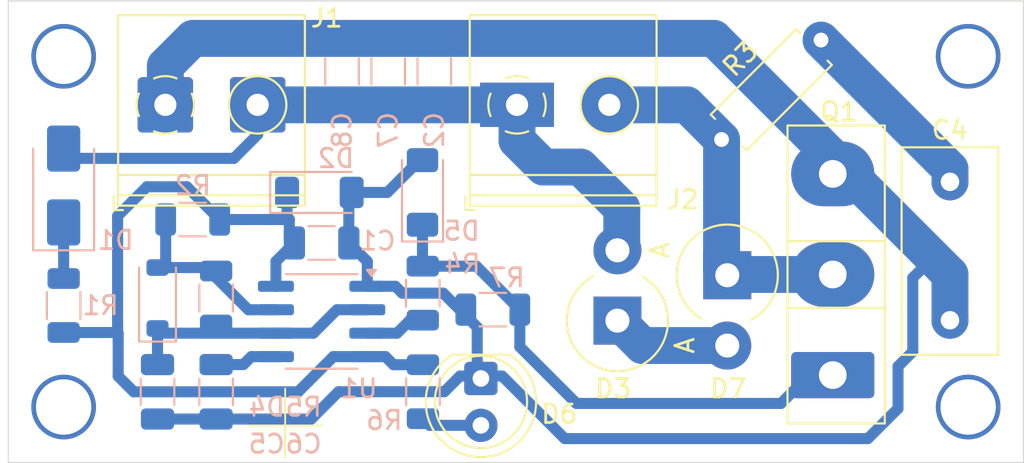
<source format=kicad_pcb>
(kicad_pcb (version 20240108) (generator "pcbnew") (generator_version "8.0")
  (layers (0 "F.Cu" signal) (31 "B.Cu" signal) (34 "B.Paste" user) (35 "F.Paste" user) (36 "B.SilkS" user "B.Silkscreen") (37 "F.SilkS" user "F.Silkscreen") (38 "B.Mask" user) (39 "F.Mask" user) (44 "Edge.Cuts" user))
  (net 0 "")
  (net 1 "+12V")
  (net 2 "GND")
  (net 3 "VS")
  (net 4 "Net-(C4-Pad1)")
  (net 5 "Net-(D4-K)")
  (net 6 "Net-(U1-CV)")
  (net 7 "Net-(D1-K)")
  (net 8 "Net-(D4-A)")
  (net 9 "Net-(D5-K)")
  (net 10 "Net-(D6-A)")
  (net 11 "Net-(U1-Q)")
  (net 12 "Net-(D3-A1)")
  (net 13 "Net-(D7-A1)")
  (footprint "TerminalBlock_Philmore:TerminalBlock_Philmore_TB132_1x02_P5.00mm_Horizontal" (layer "F.Cu") (at 77.51 74.63)
    (property "Reference" "J1" (at 8.741919 -4.712091 0) (layer "F.SilkS"))
    (property "Value" "Input")
    (fp_line (start -2.8 4.96) (end -2.8 5.7) (stroke (width 0.12)) (layer "F.SilkS"))
    (fp_line (start -2.8 5.7) (end -2.3 5.7) (stroke (width 0.12)) (layer "F.SilkS"))
    (fp_line (start -2.56 -4.86) (end -2.56 5.46) (stroke (width 0.12)) (layer "F.SilkS"))
    (fp_line (start -2.56 -4.86) (end 7.56 -4.86) (stroke (width 0.12)) (layer "F.SilkS"))
    (fp_line (start -2.56 3.8) (end 7.56 3.8) (stroke (width 0.12)) (layer "F.SilkS"))
    (fp_line (start -2.56 4.9) (end 7.56 4.9) (stroke (width 0.12)) (layer "F.SilkS"))
    (fp_line (start -2.56 5.46) (end 7.56 5.46) (stroke (width 0.12)) (layer "F.SilkS"))
    (fp_line (start 7.56 -4.86) (end 7.56 5.46) (stroke (width 0.12)) (layer "F.SilkS"))
    (fp_arc (start -1.432109 0.607742) (mid -1.555727 -0.00014) (end -1.432 -0.608) (stroke (width 0.12)) (layer "F.SilkS"))
    (fp_arc (start -0.607742 -1.432109) (mid 0.00014 -1.555727) (end 0.608 -1.432) (stroke (width 0.12)) (layer "F.SilkS"))
    (fp_arc (start 0.027011 1.555493) (mid -0.296984 1.527118) (end -0.608 1.432) (stroke (width 0.12)) (layer "F.SilkS"))
    (fp_arc (start 0.607587 1.431385) (mid 0.310017 1.523783) (end 0 1.555) (stroke (width 0.12)) (layer "F.SilkS"))
    (fp_arc (start 1.432109 -0.607742) (mid 1.555727 0.00014) (end 1.432 0.608) (stroke (width 0.12)) (layer "F.SilkS"))
    (fp_circle (center 5 0) (end 6.555 0) (stroke (width 0.12)) (fill none) (layer "F.SilkS"))
    (pad "1" thru_hole roundrect (at 0 0) (size 3 3) (drill 1.2) (layers "*.Cu" "*.Mask") (roundrect_rratio 0.08333333333) (net 2 "GND"))
    (pad "2" thru_hole roundrect (at 5 0) (size 3 3) (drill 1.2) (layers "*.Cu" "*.Mask") (roundrect_rratio 0.07142857143) (net 3 "VS"))
  )
  (footprint "Resistor_THT:R_Axial_DIN0207_L6.3mm_D2.5mm_P7.62mm_Horizontal" (layer "F.Cu") (at 107.641846 76.508154 45)
    (property "Reference" "R3" (at 3.81 -2.37 45) (layer "F.SilkS"))
    (property "Value" "47R")
    (fp_line (start 0.54 -1.37) (end 7.08 -1.37) (stroke (width 0.12)) (layer "F.SilkS"))
    (fp_line (start 0.54 -1.04) (end 0.54 -1.37) (stroke (width 0.12)) (layer "F.SilkS"))
    (fp_line (start 0.54 1.04) (end 0.54 1.37) (stroke (width 0.12)) (layer "F.SilkS"))
    (fp_line (start 0.54 1.37) (end 7.08 1.37) (stroke (width 0.12)) (layer "F.SilkS"))
    (fp_line (start 7.08 -1.37) (end 7.08 -1.04) (stroke (width 0.12)) (layer "F.SilkS"))
    (fp_line (start 7.08 1.37) (end 7.08 1.04) (stroke (width 0.12)) (layer "F.SilkS"))
    (pad "1" thru_hole circle (at 0 0 45) (size 1.6 1.6) (drill 0.8) (layers "*.Cu" "*.Mask") (net 13 "Net-(D7-A1)"))
    (pad "2" thru_hole oval (at 7.62 0 45) (size 1.6 1.6) (drill 0.8) (layers "*.Cu" "*.Mask") (net 4 "Net-(C4-Pad1)"))
  )
  (footprint "Diode_THT:D_DO-201AE_P3.81mm_Vertical_AnodeUp" (layer "F.Cu") (at 107.95 83.86 -90)
    (property "Reference" "D7" (at 6.14 -0.05 180) (layer "F.SilkS"))
    (property "Value" "1.5KE170CA" (hide yes))
    (fp_arc (start 2.361782 1.391144) (mid -2.74054 -0.052312) (end 2.413151 -1.3) (stroke (width 0.12)) (layer "F.SilkS"))
    (fp_text user "A" (at 3.81 2.3 90) (layer "F.SilkS"))
    (pad "1" thru_hole rect (at 0 0 270) (size 2.6 2.6) (drill 1.3) (layers "*.Cu" "*.Mask") (net 13 "Net-(D7-A1)"))
    (pad "2" thru_hole oval (at 3.81 0 270) (size 2.6 2.6) (drill 1.3) (layers "*.Cu" "*.Mask") (net 12 "Net-(D3-A1)"))
  )
  (footprint "TerminalBlock_Philmore:TerminalBlock_Philmore_TB132_1x02_P5.00mm_Horizontal" (layer "F.Cu") (at 96.56 74.63)
    (property "Reference" "J2" (at 8.969097 5.129072 0) (layer "F.SilkS"))
    (property "Value" "Ignition Coil")
    (fp_line (start -2.8 4.96) (end -2.8 5.7) (stroke (width 0.12)) (layer "F.SilkS"))
    (fp_line (start -2.8 5.7) (end -2.3 5.7) (stroke (width 0.12)) (layer "F.SilkS"))
    (fp_line (start -2.56 -4.86) (end -2.56 5.46) (stroke (width 0.12)) (layer "F.SilkS"))
    (fp_line (start -2.56 -4.86) (end 7.56 -4.86) (stroke (width 0.12)) (layer "F.SilkS"))
    (fp_line (start -2.56 3.8) (end 7.56 3.8) (stroke (width 0.12)) (layer "F.SilkS"))
    (fp_line (start -2.56 4.9) (end 7.56 4.9) (stroke (width 0.12)) (layer "F.SilkS"))
    (fp_line (start -2.56 5.46) (end 7.56 5.46) (stroke (width 0.12)) (layer "F.SilkS"))
    (fp_line (start 7.56 -4.86) (end 7.56 5.46) (stroke (width 0.12)) (layer "F.SilkS"))
    (fp_arc (start -1.432109 0.607742) (mid -1.555727 -0.00014) (end -1.432 -0.608) (stroke (width 0.12)) (layer "F.SilkS"))
    (fp_arc (start -0.607742 -1.432109) (mid 0.00014 -1.555727) (end 0.608 -1.432) (stroke (width 0.12)) (layer "F.SilkS"))
    (fp_arc (start 0.027011 1.555493) (mid -0.296984 1.527118) (end -0.608 1.432) (stroke (width 0.12)) (layer "F.SilkS"))
    (fp_arc (start 0.607587 1.431385) (mid 0.310017 1.523783) (end 0 1.555) (stroke (width 0.12)) (layer "F.SilkS"))
    (fp_arc (start 1.432109 -0.607742) (mid 1.555727 0.00014) (end 1.432 0.608) (stroke (width 0.12)) (layer "F.SilkS"))
    (fp_circle (center 5 0) (end 6.555 0) (stroke (width 0.12)) (fill none) (layer "F.SilkS"))
    (pad "1" thru_hole rect (at 0 0) (size 4 2.4) (drill 1.2) (layers "*.Cu" "*.Mask") (net 3 "VS"))
    (pad "2" thru_hole circle (at 5 0) (size 3 3) (drill 1.2) (layers "*.Cu" "*.Mask") (net 13 "Net-(D7-A1)"))
  )
  (footprint "Package_TO_SOT_THT:TO-247-3_Vertical" (layer "F.Cu") (at 113.665 89.27 90)
    (property "Reference" "Q1" (at 14.27 0.335 180) (layer "F.SilkS"))
    (property "Value" "IRFP460")
    (fp_line (start 13.52 -2.451) (end 13.52 2.82) (stroke (width 0.12)) (layer "F.SilkS"))
    (fp_line (start 7.255 -2.451) (end 7.255 2.82) (stroke (width 0.12)) (layer "F.SilkS"))
    (fp_line (start 3.646 -2.451) (end 3.646 2.82) (stroke (width 0.12)) (layer "F.SilkS"))
    (fp_line (start -2.62 -2.451) (end 13.52 -2.451) (stroke (width 0.12)) (layer "F.SilkS"))
    (fp_line (start -2.62 -2.451) (end -2.62 2.82) (stroke (width 0.12)) (layer "F.SilkS"))
    (fp_line (start -2.62 2.82) (end 13.52 2.82) (stroke (width 0.12)) (layer "F.SilkS"))
    (pad "1" thru_hole roundrect (at 0 0 90) (size 2.5 4.5) (drill 1.5) (layers "*.Cu" "*.Mask") (roundrect_rratio 0.1) (net 9 "Net-(D5-K)"))
    (pad "2" thru_hole oval (at 5.45 0 90) (size 3.5 4.5) (drill 1.5) (layers "*.Cu" "*.Mask") (net 13 "Net-(D7-A1)"))
    (pad "3" thru_hole oval (at 10.9 0 90) (size 3.5 4.5) (drill 1.5) (layers "*.Cu" "*.Mask") (net 2 "GND"))
  )
  (footprint "Capacitor_THT:C_Disc_D11.0mm_W5.0mm_P7.50mm" (layer "F.Cu") (at 120.015 78.8 -90)
    (property "Reference" "C4" (at -2.8 0.015 180) (layer "F.SilkS"))
    (property "Value" "10n")
    (fp_line (start -1.87 2.62) (end 9.37 2.62) (stroke (width 0.12)) (layer "F.SilkS"))
    (fp_line (start -1.87 -2.62) (end -1.87 2.62) (stroke (width 0.12)) (layer "F.SilkS"))
    (fp_line (start -1.87 -2.62) (end 9.37 -2.62) (stroke (width 0.12)) (layer "F.SilkS"))
    (fp_line (start 9.37 -2.62) (end 9.37 2.62) (stroke (width 0.12)) (layer "F.SilkS"))
    (pad "1" thru_hole circle (at 0 0 270) (size 2 2) (drill 1) (layers "*.Cu" "*.Mask") (net 4 "Net-(C4-Pad1)"))
    (pad "2" thru_hole circle (at 7.5 0 270) (size 2 2) (drill 1) (layers "*.Cu" "*.Mask") (net 2 "GND"))
  )
  (footprint "Diode_THT:D_DO-201AE_P3.81mm_Vertical_AnodeUp" (layer "F.Cu") (at 102 86.32 90)
    (property "Reference" "D3" (at -3.68 -0.235 180) (layer "F.SilkS"))
    (property "Value" "1.5KE170CA" (hide yes))
    (fp_arc (start 2.361782 1.391144) (mid -2.74054 -0.052312) (end 2.413151 -1.3) (stroke (width 0.12)) (layer "F.SilkS"))
    (fp_text user "A" (at 3.81 2.3 90) (layer "F.SilkS"))
    (pad "1" thru_hole rect (at 0 0 90) (size 2.6 2.6) (drill 1.3) (layers "*.Cu" "*.Mask") (net 12 "Net-(D3-A1)"))
    (pad "2" thru_hole oval (at 3.81 0 90) (size 2.6 2.6) (drill 1.3) (layers "*.Cu" "*.Mask") (net 3 "VS"))
  )
  (footprint "LED_THT:LED_D5.0mm" (layer "F.Cu") (at 94.604326 89.453217 -90)
    (property "Reference" "D6" (at 1.928974 -4.246664 180) (layer "F.SilkS"))
    (property "Value" "LED")
    (fp_line (start -1.29 -1.545) (end -1.29 1.545) (stroke (width 0.12)) (layer "F.SilkS"))
    (fp_arc (start 4.26 -0.000462) (mid 2.072002 2.880433) (end -1.29 1.54483) (stroke (width 0.12)) (layer "F.SilkS"))
    (fp_arc (start -1.29 -1.54483) (mid 2.072002 -2.880433) (end 4.26 0.000462) (stroke (width 0.12)) (layer "F.SilkS"))
    (fp_circle (center 1.27 0) (end 3.77 0) (stroke (width 0.12)) (fill none) (layer "F.SilkS"))
    (pad "1" thru_hole roundrect (at 0 0 270) (size 1.8 1.8) (drill 0.9) (layers "*.Cu" "*.Mask") (roundrect_rratio 0.1388888889) (net 2 "GND"))
    (pad "2" thru_hole circle (at 2.54 0 270) (size 1.8 1.8) (drill 0.9) (layers "*.Cu" "*.Mask") (net 10 "Net-(D6-A)"))
  )
  (footprint "Capacitor_SMD:C_1206_3216Metric" (layer "B.Cu") (at 77.085 90.175 -90)
    (property "Reference" "C5" (at 2.825 -5.915 180) (layer "B.SilkS") (effects (justify mirror)))
    (property "Value" "100n")
    (fp_line (start 0.711252 0.91) (end -0.711252 0.91) (stroke (width 0.12)) (layer "B.SilkS"))
    (fp_line (start 0.711252 -0.91) (end -0.711252 -0.91) (stroke (width 0.12)) (layer "B.SilkS"))
    (pad "1" smd roundrect (at -1.475 0 270) (size 1.15 1.8) (layers "B.Cu" "B.Paste" "B.Mask") (roundrect_rratio 0.217391) (net 5 "Net-(D4-K)"))
    (pad "2" smd roundrect (at 1.475 0 270) (size 1.15 1.8) (layers "B.Cu" "B.Paste" "B.Mask") (roundrect_rratio 0.217391) (net 2 "GND"))
  )
  (footprint "Capacitor_SMD:C_1206_3216Metric" (layer "B.Cu") (at 89.581109 72.816682 90)
    (property "Reference" "C7" (at -3.183318 0 90) (layer "B.SilkS") (effects (justify mirror)))
    (property "Value" "10u")
    (fp_line (start 0.711252 -0.91) (end -0.711252 -0.91) (stroke (width 0.12)) (layer "B.SilkS"))
    (fp_line (start 0.711252 0.91) (end -0.711252 0.91) (stroke (width 0.12)) (layer "B.SilkS"))
    (pad "1" smd roundrect (at -1.475 0 90) (size 1.15 1.8) (layers "B.Cu" "B.Paste" "B.Mask") (roundrect_rratio 0.217391) (net 3 "VS"))
    (pad "2" smd roundrect (at 1.475 0 90) (size 1.15 1.8) (layers "B.Cu" "B.Paste" "B.Mask") (roundrect_rratio 0.217391) (net 2 "GND"))
  )
  (footprint "Resistor_SMD:R_1206_3216Metric" (layer "B.Cu") (at 80.26 85.095 -90)
    (property "Reference" "R5" (at 5.905 -4.74 0) (layer "B.SilkS") (effects (justify mirror)))
    (property "Value" "10k")
    (fp_line (start 0.727064 0.91) (end -0.727064 0.91) (stroke (width 0.12)) (layer "B.SilkS"))
    (fp_line (start 0.727064 -0.91) (end -0.727064 -0.91) (stroke (width 0.12)) (layer "B.SilkS"))
    (pad "1" smd roundrect (at -1.4625 0 270) (size 1.125 1.75) (layers "B.Cu" "B.Paste" "B.Mask") (roundrect_rratio 0.222222) (net 8 "Net-(D4-A)"))
    (pad "2" smd roundrect (at 1.4625 0 270) (size 1.125 1.75) (layers "B.Cu" "B.Paste" "B.Mask") (roundrect_rratio 0.222222) (net 5 "Net-(D4-K)"))
  )
  (footprint "Diode_SMD:D_SOD-123" (layer "B.Cu") (at 77.085 85.095 90)
    (property "Reference" "D4" (at -5.905 5.915 0) (layer "B.SilkS") (effects (justify mirror)))
    (property "Value" "1N4148W")
    (fp_line (start 1.65 -1) (end -2.36 -1) (stroke (width 0.12)) (layer "B.SilkS"))
    (fp_line (start -2.36 -1) (end -2.36 1) (stroke (width 0.12)) (layer "B.SilkS"))
    (fp_line (start 1.65 1) (end -2.36 1) (stroke (width 0.12)) (layer "B.SilkS"))
    (pad "1" smd roundrect (at -1.65 0 90) (size 0.9 1.2) (layers "B.Cu" "B.Paste" "B.Mask") (net 5 "Net-(D4-K)"))
    (pad "2" smd roundrect (at 1.65 0 90) (size 0.9 1.2) (layers "B.Cu" "B.Paste" "B.Mask") (net 8 "Net-(D4-A)"))
  )
  (footprint "Resistor_SMD:R_1206_3216Metric" (layer "B.Cu") (at 91.4645 90.17 -90)
    (property "Reference" "R6" (at 1.551379 2.097126 180) (layer "B.SilkS") (effects (justify mirror)))
    (property "Value" "10k")
    (fp_line (start 0.727064 0.91) (end -0.727064 0.91) (stroke (width 0.12)) (layer "B.SilkS"))
    (fp_line (start 0.727064 -0.91) (end -0.727064 -0.91) (stroke (width 0.12)) (layer "B.SilkS"))
    (pad "1" smd roundrect (at -1.4625 0 270) (size 1.125 1.75) (layers "B.Cu" "B.Paste" "B.Mask") (roundrect_rratio 0.222222) (net 1 "+12V"))
    (pad "2" smd roundrect (at 1.4625 0 270) (size 1.125 1.75) (layers "B.Cu" "B.Paste" "B.Mask") (roundrect_rratio 0.222222) (net 10 "Net-(D6-A)"))
  )
  (footprint "Diode_SMD:D_MiniMELF" (layer "B.Cu") (at 85.852 79.375)
    (property "Reference" "D2" (at 0.900874 -1.847346 360) (layer "B.SilkS") (effects (justify mirror)))
    (property "Value" "15V")
    (fp_line (start -2.66 -1.11) (end -2.66 1.11) (stroke (width 0.12)) (layer "B.SilkS"))
    (fp_line (start -2.66 1.11) (end 1.75 1.11) (stroke (width 0.12)) (layer "B.SilkS"))
    (fp_line (start 1.75 -1.11) (end -2.66 -1.11) (stroke (width 0.12)) (layer "B.SilkS"))
    (pad "1" smd roundrect (at -1.75 0) (size 1.3 1.7) (layers "B.Cu" "B.Paste" "B.Mask") (roundrect_rratio 0.1923076923) (net 1 "+12V"))
    (pad "2" smd roundrect (at 1.75 0) (size 1.3 1.7) (layers "B.Cu" "B.Paste" "B.Mask") (roundrect_rratio 0.1923076923) (net 2 "GND"))
  )
  (footprint "Capacitor_SMD:C_1206_3216Metric" (layer "B.Cu") (at 87.081109 72.816682 90)
    (property "Reference" "C8" (at -3.183318 0 90) (layer "B.SilkS") (effects (justify mirror)))
    (property "Value" "10u")
    (fp_line (start 0.711252 -0.91) (end -0.711252 -0.91) (stroke (width 0.12)) (layer "B.SilkS"))
    (fp_line (start 0.711252 0.91) (end -0.711252 0.91) (stroke (width 0.12)) (layer "B.SilkS"))
    (pad "1" smd roundrect (at -1.475 0 90) (size 1.15 1.8) (layers "B.Cu" "B.Paste" "B.Mask") (roundrect_rratio 0.217391) (net 3 "VS"))
    (pad "2" smd roundrect (at 1.475 0 90) (size 1.15 1.8) (layers "B.Cu" "B.Paste" "B.Mask") (roundrect_rratio 0.217391) (net 2 "GND"))
  )
  (footprint "Package_SO:SOIC-8_3.9x4.9mm_P1.27mm" (layer "B.Cu") (at 85.975 86.365 180)
    (property "Reference" "U1" (at -2.025 -3.635 0) (layer "B.SilkS") (effects (justify mirror)))
    (property "Value" "NE555D")
    (fp_line (start 1.95 2.56) (end 0 2.56) (stroke (width 0.12)) (layer "B.SilkS"))
    (fp_line (start 1.95 -2.56) (end 0 -2.56) (stroke (width 0.12)) (layer "B.SilkS"))
    (fp_line (start -1.95 2.56) (end 0 2.56) (stroke (width 0.12)) (layer "B.SilkS"))
    (fp_line (start -1.95 -2.56) (end 0 -2.56) (stroke (width 0.12)) (layer "B.SilkS"))
    (fp_poly (pts (xy -2.7 2.465) (xy -2.94 2.795) (xy -2.46 2.795) (xy -2.7 2.465)) (stroke (width 0.12)) (fill solid) (layer "B.SilkS"))
    (pad "1" smd roundrect (at -2.475 1.905 180) (size 1.95 0.6) (layers "B.Cu" "B.Paste" "B.Mask") (net 2 "GND"))
    (pad "2" smd roundrect (at -2.475 0.635 180) (size 1.95 0.6) (layers "B.Cu" "B.Paste" "B.Mask") (net 5 "Net-(D4-K)"))
    (pad "3" smd roundrect (at -2.475 -0.635 180) (size 1.95 0.6) (layers "B.Cu" "B.Paste" "B.Mask") (net 11 "Net-(U1-Q)"))
    (pad "4" smd roundrect (at -2.475 -1.905 180) (size 1.95 0.6) (layers "B.Cu" "B.Paste" "B.Mask") (net 1 "+12V"))
    (pad "5" smd roundrect (at 2.475 -1.905 180) (size 1.95 0.6) (layers "B.Cu" "B.Paste" "B.Mask") (net 6 "Net-(U1-CV)"))
    (pad "6" smd roundrect (at 2.475 -0.635 180) (size 1.95 0.6) (layers "B.Cu" "B.Paste" "B.Mask") (net 5 "Net-(D4-K)"))
    (pad "7" smd roundrect (at 2.475 0.635 180) (size 1.95 0.6) (layers "B.Cu" "B.Paste" "B.Mask") (net 8 "Net-(D4-A)"))
    (pad "8" smd roundrect (at 2.475 1.905 180) (size 1.95 0.6) (layers "B.Cu" "B.Paste" "B.Mask") (net 1 "+12V"))
  )
  (footprint "Capacitor_SMD:C_1206_3216Metric" (layer "B.Cu") (at 85.975 82.1125)
    (property "Reference" "C1" (at 3.025 -0.1125 360) (layer "B.SilkS") (effects (justify mirror)))
    (property "Value" "10u")
    (fp_line (start 0.711252 -0.91) (end -0.711252 -0.91) (stroke (width 0.12)) (layer "B.SilkS"))
    (fp_line (start 0.711252 0.91) (end -0.711252 0.91) (stroke (width 0.12)) (layer "B.SilkS"))
    (pad "1" smd roundrect (at -1.475 0) (size 1.15 1.8) (layers "B.Cu" "B.Paste" "B.Mask") (roundrect_rratio 0.217391) (net 1 "+12V"))
    (pad "2" smd roundrect (at 1.475 0) (size 1.15 1.8) (layers "B.Cu" "B.Paste" "B.Mask") (roundrect_rratio 0.217391) (net 2 "GND"))
  )
  (footprint "Diode_SMD:D_SMA" (layer "B.Cu") (at 72 79 90)
    (property "Reference" "D1" (at -2.964373 2.81107 180) (layer "B.SilkS") (effects (justify mirror)))
    (property "Value" "1N4007")
    (fp_line (start 2 -1.65) (end -3.51 -1.65) (stroke (width 0.12)) (layer "B.SilkS"))
    (fp_line (start -3.51 -1.65) (end -3.51 1.65) (stroke (width 0.12)) (layer "B.SilkS"))
    (fp_line (start 2 1.65) (end -3.51 1.65) (stroke (width 0.12)) (layer "B.SilkS"))
    (pad "1" smd roundrect (at -2 0 90) (size 2.5 1.8) (layers "B.Cu" "B.Paste" "B.Mask") (roundrect_rratio 0.1388888889) (net 7 "Net-(D1-K)"))
    (pad "2" smd roundrect (at 2 0 90) (size 2.5 1.8) (layers "B.Cu" "B.Paste" "B.Mask") (roundrect_rratio 0.1388888889) (net 3 "VS"))
  )
  (footprint "Resistor_SMD:R_1206_3216Metric" (layer "B.Cu") (at 95.25 85.725 180)
    (property "Reference" "R7" (at -0.75 1.725 360) (layer "B.SilkS") (effects (justify mirror)))
    (property "Value" "10k")
    (fp_line (start 0.727064 0.91) (end -0.727064 0.91) (stroke (width 0.12)) (layer "B.SilkS"))
    (fp_line (start 0.727064 -0.91) (end -0.727064 -0.91) (stroke (width 0.12)) (layer "B.SilkS"))
    (pad "1" smd roundrect (at -1.4625 0 180) (size 1.125 1.75) (layers "B.Cu" "B.Paste" "B.Mask") (roundrect_rratio 0.222222) (net 9 "Net-(D5-K)"))
    (pad "2" smd roundrect (at 1.4625 0 180) (size 1.125 1.75) (layers "B.Cu" "B.Paste" "B.Mask") (roundrect_rratio 0.222222) (net 2 "GND"))
  )
  (footprint "Resistor_SMD:R_1206_3216Metric" (layer "B.Cu") (at 78.99 80.8425 180)
    (property "Reference" "R2" (at -0.01 1.8425 360) (layer "B.SilkS") (effects (justify mirror)))
    (property "Value" "10k")
    (fp_line (start 0.727064 0.91) (end -0.727064 0.91) (stroke (width 0.12)) (layer "B.SilkS"))
    (fp_line (start 0.727064 -0.91) (end -0.727064 -0.91) (stroke (width 0.12)) (layer "B.SilkS"))
    (pad "1" smd roundrect (at -1.4625 0 180) (size 1.125 1.75) (layers "B.Cu" "B.Paste" "B.Mask") (roundrect_rratio 0.222222) (net 1 "+12V"))
    (pad "2" smd roundrect (at 1.4625 0 180) (size 1.125 1.75) (layers "B.Cu" "B.Paste" "B.Mask") (roundrect_rratio 0.222222) (net 8 "Net-(D4-A)"))
  )
  (footprint "Resistor_SMD:R_1206_3216Metric" (layer "B.Cu") (at 91.455 84.8325 90)
    (property "Reference" "R4" (at 1.577736 2.151859 180) (layer "B.SilkS") (effects (justify mirror)))
    (property "Value" "47R")
    (fp_line (start 0.727064 -0.91) (end -0.727064 -0.91) (stroke (width 0.12)) (layer "B.SilkS"))
    (fp_line (start 0.727064 0.91) (end -0.727064 0.91) (stroke (width 0.12)) (layer "B.SilkS"))
    (pad "1" smd roundrect (at -1.4625 0 90) (size 1.125 1.75) (layers "B.Cu" "B.Paste" "B.Mask") (roundrect_rratio 0.222222) (net 11 "Net-(U1-Q)"))
    (pad "2" smd roundrect (at 1.4625 0 90) (size 1.125 1.75) (layers "B.Cu" "B.Paste" "B.Mask") (roundrect_rratio 0.222222) (net 9 "Net-(D5-K)"))
  )
  (footprint "Capacitor_SMD:C_1206_3216Metric" (layer "B.Cu") (at 80.26 90.175 -90)
    (property "Reference" "C6" (at 2.825 -4.74 180) (layer "B.SilkS") (effects (justify mirror)))
    (property "Value" "100n")
    (fp_line (start 0.711252 0.91) (end -0.711252 0.91) (stroke (width 0.12)) (layer "B.SilkS"))
    (fp_line (start 0.711252 -0.91) (end -0.711252 -0.91) (stroke (width 0.12)) (layer "B.SilkS"))
    (pad "1" smd roundrect (at -1.475 0 270) (size 1.15 1.8) (layers "B.Cu" "B.Paste" "B.Mask") (roundrect_rratio 0.217391) (net 6 "Net-(U1-CV)"))
    (pad "2" smd roundrect (at 1.475 0 270) (size 1.15 1.8) (layers "B.Cu" "B.Paste" "B.Mask") (roundrect_rratio 0.217391) (net 2 "GND"))
  )
  (footprint "Resistor_SMD:R_1206_3216Metric" (layer "B.Cu") (at 72 85.5 -90)
    (property "Reference" "R1" (at 0 -2 180) (layer "B.SilkS") (effects (justify mirror)))
    (property "Value" "47R")
    (fp_line (start 0.727064 0.91) (end -0.727064 0.91) (stroke (width 0.12)) (layer "B.SilkS"))
    (fp_line (start 0.727064 -0.91) (end -0.727064 -0.91) (stroke (width 0.12)) (layer "B.SilkS"))
    (pad "1" smd roundrect (at -1.4625 0 270) (size 1.125 1.75) (layers "B.Cu" "B.Paste" "B.Mask") (roundrect_rratio 0.222222) (net 7 "Net-(D1-K)"))
    (pad "2" smd roundrect (at 1.4625 0 270) (size 1.125 1.75) (layers "B.Cu" "B.Paste" "B.Mask") (roundrect_rratio 0.222222) (net 1 "+12V"))
  )
  (footprint "Diode_SMD:D_MiniMELF" (layer "B.Cu") (at 91.44 79.375 90)
    (property "Reference" "D5" (at -2.090016 2.120436 180) (layer "B.SilkS") (effects (justify mirror)))
    (property "Value" "15V")
    (fp_line (start 1.75 -1.11) (end -2.66 -1.11) (stroke (width 0.12)) (layer "B.SilkS"))
    (fp_line (start -2.66 -1.11) (end -2.66 1.11) (stroke (width 0.12)) (layer "B.SilkS"))
    (fp_line (start -2.66 1.11) (end 1.75 1.11) (stroke (width 0.12)) (layer "B.SilkS"))
    (pad "1" smd roundrect (at -1.75 0 90) (size 1.3 1.7) (layers "B.Cu" "B.Paste" "B.Mask") (roundrect_rratio 0.1923076923) (net 9 "Net-(D5-K)"))
    (pad "2" smd roundrect (at 1.75 0 90) (size 1.3 1.7) (layers "B.Cu" "B.Paste" "B.Mask") (roundrect_rratio 0.1923076923) (net 2 "GND"))
  )
  (footprint "Capacitor_SMD:C_1206_3216Metric" (layer "B.Cu") (at 92.081109 72.816682 90)
    (property "Reference" "C2" (at -3.183318 0 90) (layer "B.SilkS") (effects (justify mirror)))
    (property "Value" "10u")
    (fp_line (start 0.711252 -0.91) (end -0.711252 -0.91) (stroke (width 0.12)) (layer "B.SilkS"))
    (fp_line (start 0.711252 0.91) (end -0.711252 0.91) (stroke (width 0.12)) (layer "B.SilkS"))
    (pad "1" smd roundrect (at -1.475 0 90) (size 1.15 1.8) (layers "B.Cu" "B.Paste" "B.Mask") (roundrect_rratio 0.217391) (net 3 "VS"))
    (pad "2" smd roundrect (at 1.475 0 90) (size 1.15 1.8) (layers "B.Cu" "B.Paste" "B.Mask") (roundrect_rratio 0.217391) (net 2 "GND"))
  )
  (gr_line (start 82 92) (end 86 92) (stroke (width 0.1)) (layer "F.SilkS"))
  (gr_line (start 84 90) (end 83.999999 93.728162) (stroke (width 0.1)) (layer "F.SilkS"))
  (gr_rect (start 69 69) (end 124 94) (stroke (width 0.05)) (fill none) (layer "Edge.Cuts"))
  (via (at 121 91) (size 3.5) (drill 3) (layers "F.Cu" "B.Cu") (net 0))
  (via (at 121 72) (size 3.5) (drill 3) (layers "F.Cu" "B.Cu") (net 0))
  (via (at 72 72) (size 3.5) (drill 3) (layers "F.Cu" "B.Cu") (net 0))
  (via (at 72 91) (size 3.5) (drill 3) (layers "F.Cu" "B.Cu") (net 0))
  (segment (start 84.225 80.8325) (end 84.225 81.8375) (width 0.6) (layer "B.Cu") (net 1))
  (segment (start 88.45 88.27) (end 86.61 88.27) (width 0.6) (layer "B.Cu") (net 1))
  (segment (start 84.215 80.8425) (end 84.225 80.8325) (width 0.6) (layer "B.Cu") (net 1))
  (segment (start 72 86.9625) (end 74.9225 86.9625) (width 0.6) (layer "B.Cu") (net 1))
  (segment (start 84.225 81.8375) (end 84.5 82.1125) (width 0.6) (layer "B.Cu") (net 1))
  (segment (start 91.4645 88.7075) (end 89.87 88.7075) (width 0.6) (layer "B.Cu") (net 1))
  (segment (start 78.6775 79.0675) (end 80.4525 80.8425) (width 0.6) (layer "B.Cu") (net 1))
  (segment (start 75.7975 90.175) (end 74.955 89.3325) (width 0.6) (layer "B.Cu") (net 1))
  (segment (start 84.705 90.175) (end 75.7975 90.175) (width 0.6) (layer "B.Cu") (net 1))
  (segment (start 80.4525 80.33) (end 80.4525 80.8425) (width 0.6) (layer "B.Cu") (net 1))
  (segment (start 83.5 83.1125) (end 84.5 82.1125) (width 0.6) (layer "B.Cu") (net 1))
  (segment (start 74.9225 86.9625) (end 74.955 86.995) (width 0.6) (layer "B.Cu") (net 1))
  (segment (start 89.87 88.7075) (end 89.4325 88.27) (width 0.6) (layer "B.Cu") (net 1))
  (segment (start 80.4525 80.8425) (end 84.215 80.8425) (width 0.6) (layer "B.Cu") (net 1))
  (segment (start 83.5 84.46) (end 83.5 83.1125) (width 0.6) (layer "B.Cu") (net 1))
  (segment (start 84.102 80.7095) (end 84.225 80.8325) (width 0.6) (layer "B.Cu") (net 1))
  (segment (start 89.4325 88.27) (end 88.45 88.27) (width 0.6) (layer "B.Cu") (net 1))
  (segment (start 74.955 89.3325) (end 74.955 86.995) (width 0.6) (layer "B.Cu") (net 1))
  (segment (start 74.9225 80.6525) (end 76.5075 79.0675) (width 0.6) (layer "B.Cu") (net 1))
  (segment (start 86.61 88.27) (end 84.705 90.175) (width 0.6) (layer "B.Cu") (net 1))
  (segment (start 84.102 79.375) (end 84.102 80.7095) (width 0.6) (layer "B.Cu") (net 1))
  (segment (start 74.9225 86.9625) (end 74.9225 80.6525) (width 0.6) (layer "B.Cu") (net 1))
  (segment (start 76.5075 79.0675) (end 78.6775 79.0675) (width 0.6) (layer "B.Cu") (net 1))
  (segment (start 89.974226 84.46) (end 90.346726 84.8325) (width 0.6) (layer "B.Cu") (net 2))
  (segment (start 107.225 71.03) (end 113.665 77.47) (width 2) (layer "B.Cu") (net 2))
  (segment (start 117.2 91.08) (end 117.2 88.8) (width 0.6) (layer "B.Cu") (net 2))
  (segment (start 99.144087 92.71) (end 115.57 92.71) (width 0.6) (layer "B.Cu") (net 2))
  (segment (start 113.665 77.47) (end 113.665 78.37) (width 2) (layer "B.Cu") (net 2))
  (segment (start 92.563274 84.8325) (end 94.405 86.674226) (width 0.6) (layer "B.Cu") (net 2))
  (segment (start 118 88) (end 118 84) (width 0.6) (layer "B.Cu") (net 2))
  (segment (start 90.346726 84.8325) (end 92.563274 84.8325) (width 0.6) (layer "B.Cu") (net 2))
  (segment (start 86.8925 90.17) (end 92.625913 90.17) (width 0.6) (layer "B.Cu") (net 2))
  (segment (start 94.405 89.32) (end 95.754087 89.32) (width 0.6) (layer "B.Cu") (net 2))
  (segment (start 120.015 83.82) (end 114.565 78.37) (width 2) (layer "B.Cu") (net 2))
  (segment (start 87.45 79.527) (end 87.602 79.375) (width 0.6) (layer "B.Cu") (net 2))
  (segment (start 93.475913 89.32) (end 94.615 89.32) (width 0.6) (layer "B.Cu") (net 2))
  (segment (start 79 71.03) (end 107.225 71.03) (width 2) (layer "B.Cu") (net 2))
  (segment (start 77.51 72.52) (end 79 71.03) (width 2) (layer "B.Cu") (net 2))
  (segment (start 89.535 79.375) (end 91.285 77.625) (width 0.6) (layer "B.Cu") (net 2))
  (segment (start 117.2 88.8) (end 118 88) (width 0.6) (layer "B.Cu") (net 2))
  (segment (start 87.725 81.8375) (end 87.45 82.1125) (width 0.6) (layer "B.Cu") (net 2))
  (segment (start 77.51 74.63) (end 77.51 72.52) (width 2) (layer "B.Cu") (net 2))
  (segment (start 77.085 91.65) (end 80.26 91.65) (width 0.6) (layer "B.Cu") (net 2))
  (segment (start 120.015 86.3) (end 120.015 83.82) (width 2) (layer "B.Cu") (net 2))
  (segment (start 94.405 86.674226) (end 94.405 89.32) (width 0.6) (layer "B.Cu") (net 2))
  (segment (start 114.565 78.37) (end 113.665 78.37) (width 2) (layer "B.Cu") (net 2))
  (segment (start 91.285 77.625) (end 91.44 77.625) (width 0.6) (layer "B.Cu") (net 2))
  (segment (start 118 84) (end 119.0975 82.9025) (width 0.6) (layer "B.Cu") (net 2))
  (segment (start 80.26 91.65) (end 85.4125 91.65) (width 0.6) (layer "B.Cu") (net 2))
  (segment (start 88.45 84.46) (end 88.45 83.1125) (width 0.6) (layer "B.Cu") (net 2))
  (segment (start 85.4125 91.65) (end 86.8925 90.17) (width 0.6) (layer "B.Cu") (net 2))
  (segment (start 87.602 79.375) (end 89.535 79.375) (width 0.6) (layer "B.Cu") (net 2))
  (segment (start 95.754087 89.32) (end 99.144087 92.71) (width 0.6) (layer "B.Cu") (net 2))
  (segment (start 87.45 82.1125) (end 87.45 79.527) (width 0.6) (layer "B.Cu") (net 2))
  (segment (start 115.57 92.71) (end 117.2 91.08) (width 0.6) (layer "B.Cu") (net 2))
  (segment (start 88.45 83.1125) (end 87.45 82.1125) (width 0.6) (layer "B.Cu") (net 2))
  (segment (start 92.625913 90.17) (end 93.475913 89.32) (width 0.6) (layer "B.Cu") (net 2))
  (segment (start 88.45 84.46) (end 89.974226 84.46) (width 0.6) (layer "B.Cu") (net 2))
  (segment (start 100 78) (end 98 78) (width 2) (layer "B.Cu") (net 3))
  (segment (start 96.56 76.56) (end 96.56 74.63) (width 2) (layer "B.Cu") (net 3))
  (segment (start 82.51 74.63) (end 96.56 74.63) (width 2) (layer "B.Cu") (net 3))
  (segment (start 81.22 77.53) (end 72.53 77.53) (width 0.6) (layer "B.Cu") (net 3))
  (segment (start 72.53 77.53) (end 72 77) (width 0.6) (layer "B.Cu") (net 3))
  (segment (start 82.51 76.24) (end 81.22 77.53) (width 0.6) (layer "B.Cu") (net 3))
  (segment (start 102.235 82.51) (end 102.235 80.235) (width 2) (layer "B.Cu") (net 3))
  (segment (start 82.51 74.63) (end 82.51 76.24) (width 0.6) (layer "B.Cu") (net 3))
  (segment (start 98 78) (end 96.56 76.56) (width 2) (layer "B.Cu") (net 3))
  (segment (start 102.235 80.235) (end 100 78) (width 2) (layer "B.Cu") (net 3))
  (segment (start 120.015 78.105) (end 113.03 71.12) (width 2) (layer "B.Cu") (net 4))
  (segment (start 120.015 78.8) (end 120.015 78.105) (width 2) (layer "B.Cu") (net 4))
  (segment (start 77.085 88.7) (end 77.085 86.745) (width 0.6) (layer "B.Cu") (net 5))
  (segment (start 77.34 87) (end 77.085 86.745) (width 0.6) (layer "B.Cu") (net 5))
  (segment (start 83.705 87) (end 77.34 87) (width 0.6) (layer "B.Cu") (net 5))
  (segment (start 85.5325 87) (end 83.5 87) (width 0.6) (layer "B.Cu") (net 5))
  (segment (start 86.8025 85.73) (end 85.5325 87) (width 0.6) (layer "B.Cu") (net 5))
  (segment (start 88.45 85.73) (end 86.8025 85.73) (width 0.6) (layer "B.Cu") (net 5))
  (segment (start 80.26 88.7) (end 81.735 88.7) (width 0.6) (layer "B.Cu") (net 6))
  (segment (start 81.735 88.7) (end 82.165 88.27) (width 0.6) (layer "B.Cu") (net 6))
  (segment (start 82.165 88.27) (end 83.705 88.27) (width 0.6) (layer "B.Cu") (net 6))
  (segment (start 72 84.0375) (end 72 81) (width 0.6) (layer "B.Cu") (net 7))
  (segment (start 82.003274 85.73) (end 83.5 85.73) (width 0.6) (layer "B.Cu") (net 8))
  (segment (start 77.085 83.445) (end 77.72 83.445) (width 0.6) (layer "B.Cu") (net 8))
  (segment (start 77.5275 83.2525) (end 77.72 83.445) (width 0.6) (layer "B.Cu") (net 8))
  (segment (start 80.26 83.986726) (end 82.003274 85.73) (width 0.6) (layer "B.Cu") (net 8))
  (segment (start 77.72 83.445) (end 80.0725 83.445) (width 0.6) (layer "B.Cu") (net 8))
  (segment (start 77.5275 80.8425) (end 77.5275 83.2525) (width 0.6) (layer "B.Cu") (net 8))
  (segment (start 80.26 83.6325) (end 80.26 83.986726) (width 0.6) (layer "B.Cu") (net 8))
  (segment (start 80.0725 83.445) (end 80.26 83.6325) (width 0.6) (layer "B.Cu") (net 8))
  (segment (start 110.86 90.805) (end 99.779087 90.805) (width 0.6) (layer "B.Cu") (net 9))
  (segment (start 91.44 83.355) (end 91.455 83.37) (width 0.6) (layer "B.Cu") (net 9))
  (segment (start 91.44 81.125) (end 91.44 83.355) (width 0.6) (layer "B.Cu") (net 9))
  (segment (start 91.455 83.37) (end 94.3575 83.37) (width 0.6) (layer "B.Cu") (net 9))
  (segment (start 112.395 89.27) (end 110.86 90.805) (width 0.6) (layer "B.Cu") (net 9))
  (segment (start 96.7125 87.738413) (end 96.7125 85.725) (width 0.6) (layer "B.Cu") (net 9))
  (segment (start 94.3575 83.37) (end 96.7125 85.725) (width 0.6) (layer "B.Cu") (net 9))
  (segment (start 99.779087 90.805) (end 96.7125 87.738413) (width 0.6) (layer "B.Cu") (net 9))
  (segment (start 91.527 91.57) (end 91.4645 91.6325) (width 0.6) (layer "B.Cu") (net 10))
  (segment (start 91.825217 91.993217) (end 94.604326 91.993217) (width 0.6) (layer "B.Cu") (net 10))
  (segment (start 91.4645 91.6325) (end 91.825217 91.993217) (width 0.6) (layer "B.Cu") (net 10))
  (segment (start 90.7675 86.295) (end 91.455 86.295) (width 0.6) (layer "B.Cu") (net 11))
  (segment (start 88.45 87) (end 90.0625 87) (width 0.6) (layer "B.Cu") (net 11))
  (segment (start 90.0625 87) (end 90.7675 86.295) (width 0.6) (layer "B.Cu") (net 11))
  (segment (start 91.955 86.295) (end 91.4925 86.295) (width 0.6) (layer "B.Cu") (net 11))
  (segment (start 103.35 87.67) (end 102 86.32) (width 2) (layer "B.Cu") (net 12))
  (segment (start 107.95 87.67) (end 103.35 87.67) (width 2) (layer "B.Cu") (net 12))
  (segment (start 107.641846 76.508154) (end 107.641846 83.551846) (width 2) (layer "B.Cu") (net 13))
  (segment (start 113.665 83.82) (end 107.99 83.82) (width 2) (layer "B.Cu") (net 13))
  (segment (start 105.763692 74.63) (end 107.641846 76.508154) (width 2) (layer "B.Cu") (net 13))
  (segment (start 107.641846 83.551846) (end 107.95 83.86) (width 2) (layer "B.Cu") (net 13))
  (segment (start 101.56 74.63) (end 105.763692 74.63) (width 2) (layer "B.Cu") (net 13))
  (segment (start 107.99 83.82) (end 107.95 83.86) (width 2) (layer "B.Cu") (net 13))
)
</source>
